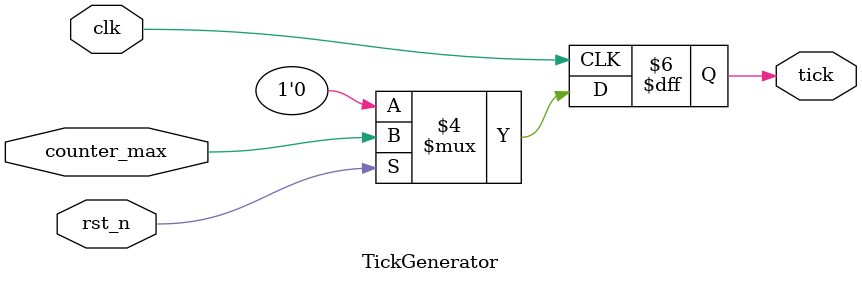
<source format=sv>
module PrescalerTimer #(
    parameter PRESCALE = 8
) (
    input  wire clk,    // 系统时钟
    input  wire rst_n,  // 低电平有效复位
    output wire tick    // 定时脉冲输出
);

    // 计数器值
    wire [$clog2(PRESCALE)-1:0] counter_value;
    // 计数器最大值标志
    wire counter_max;

    // 实例化计数器子模块
    PrescalerCounter #(
        .PRESCALE(PRESCALE)
    ) counter_inst (
        .clk           (clk),
        .rst_n         (rst_n),
        .counter_value (counter_value),
        .counter_max   (counter_max)
    );

    // 实例化脉冲生成器子模块
    TickGenerator tick_gen_inst (
        .clk         (clk),
        .rst_n       (rst_n),
        .counter_max (counter_max),
        .tick        (tick)
    );

endmodule

//-----------------------------------------------------------------------------
// 预分频计数器子模块
//-----------------------------------------------------------------------------
module PrescalerCounter #(
    parameter PRESCALE = 8
) (
    input  wire clk,
    input  wire rst_n,
    output reg  [$clog2(PRESCALE)-1:0] counter_value,
    output reg  counter_max
);

    // 组合逻辑部分 - 先计算下一状态
    wire [$clog2(PRESCALE)-1:0] next_counter;
    wire next_counter_max;
    
    assign next_counter_max = (counter_value == PRESCALE-2);
    assign next_counter = (counter_value == PRESCALE-1) ? 0 : counter_value + 1;

    // 寄存器重定时 - 将counter_max寄存器移动到组合逻辑之后
    always @(posedge clk) begin
        if (!rst_n) begin
            counter_value <= 0;
            counter_max <= 0;
        end else begin
            counter_value <= next_counter;
            counter_max <= next_counter_max;
        end
    end

endmodule

//-----------------------------------------------------------------------------
// 脉冲生成器子模块
//-----------------------------------------------------------------------------
module TickGenerator (
    input  wire clk,
    input  wire rst_n,
    input  wire counter_max,
    output reg  tick
);

    // 脉冲生成逻辑
    always @(posedge clk) begin
        if (!rst_n) begin
            tick <= 0;
        end else begin
            tick <= counter_max;
        end
    end

endmodule
</source>
